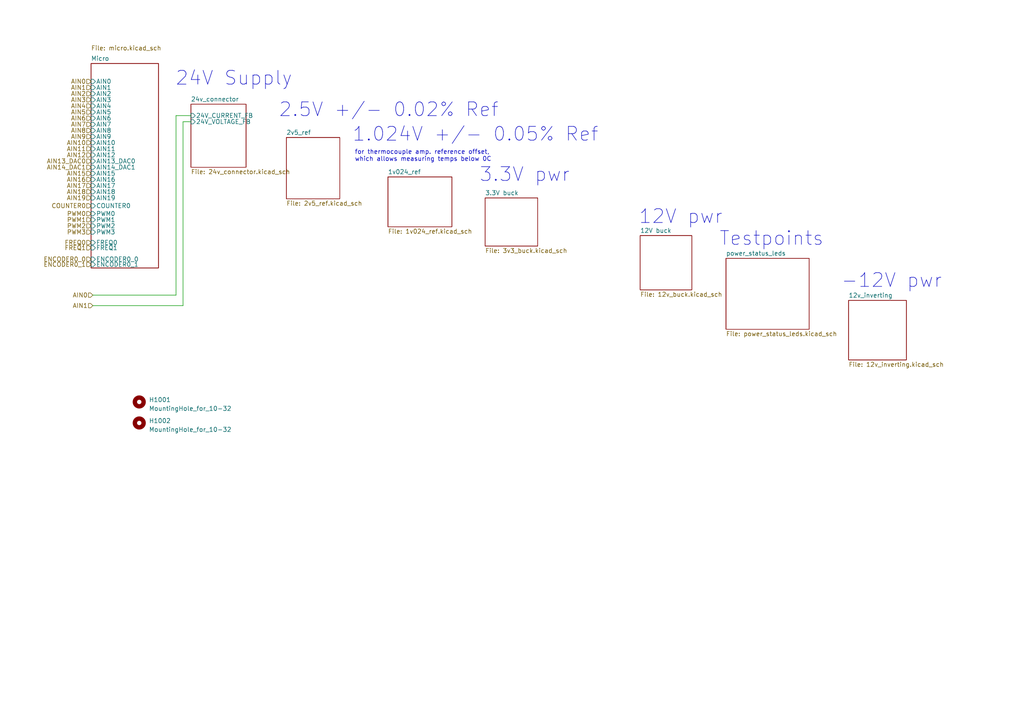
<source format=kicad_sch>
(kicad_sch (version 20231120) (generator "eeschema") (generator_version "8.0")
  (paper "A4")
  (lib_symbols
    (symbol "Mechanical:MountingHole" (pin_names (offset 1.016))
      (property "Reference" "H" (at 0 5.08 0))
      (property "Value" "MountingHole" (at 0 3.175 0))
      (symbol "MountingHole_0_1"
        (circle (center 0 0) (radius 1.27) (stroke (width 1.27)))
      )
    )
  )
  (wire (pts (xy 51.054 33.528) (xy 51.054 85.598)))
  (wire (pts (xy 53.086 88.646) (xy 26.924 88.646)))
  (wire (pts (xy 51.054 33.528) (xy 55.372 33.528)))
  (wire (pts (xy 26.924 85.598) (xy 51.054 85.598)))
  (wire (pts (xy 55.372 35.306) (xy 53.086 35.306)))
  (wire (pts (xy 53.086 35.306) (xy 53.086 88.646)))
  (text "3.3V pwr" (at 138.938 53.086 0) (effects (font (size 4 4)) (justify left bottom)))
  (text "24V Supply" (at 50.8 25.146 0) (effects (font (size 4 4)) (justify left bottom)))
  (text "2.5V +/- 0.02% Ref" (at 80.772 34.29 0) (effects (font (size 4 4)) (justify left bottom)))
  (text "12V pwr" (at 185.166 65.278 0) (effects (font (size 4 4)) (justify left bottom)))
  (text "-12V pwr" (at 243.84 83.82 0) (effects (font (size 4 4)) (justify left bottom)))
  (text "1.024V +/- 0.05% Ref" (at 102.108 41.402 0) (effects (font (size 4 4)) (justify left bottom)))
  (text "for thermocouple amp. reference offset,\nwhich allows measuring temps below 0C" (at 102.87 46.99 0) (effects (font (size 1.27 1.27)) (justify left bottom)))
  (text "Testpoints" (at 208.534 71.628 0) (effects (font (size 4 4)) (justify left bottom)))
  (hierarchical_label "ENCODER0_1" (shape input) (at 26.416 76.708 180))
  (hierarchical_label "AIN16" (shape input) (at 26.416 52.07 180))
  (hierarchical_label "AIN18" (shape input) (at 26.416 55.626 180))
  (hierarchical_label "AIN13_DAC0" (shape input) (at 26.416 46.736 180))
  (hierarchical_label "AIN4" (shape input) (at 26.416 30.734 180))
  (hierarchical_label "PWM3" (shape input) (at 26.416 67.31 180))
  (hierarchical_label "ENCODER0_0" (shape input) (at 26.416 75.184 180))
  (hierarchical_label "AIN9" (shape input) (at 26.416 39.624 180))
  (hierarchical_label "AIN1" (shape input) (at 26.416 25.4 180))
  (hierarchical_label "AIN8" (shape input) (at 26.416 37.846 180))
  (hierarchical_label "AIN10" (shape input) (at 26.416 41.402 180))
  (hierarchical_label "AIN2" (shape input) (at 26.416 27.178 180))
  (hierarchical_label "PWM1" (shape input) (at 26.416 63.754 180))
  (hierarchical_label "AIN5" (shape input) (at 26.416 32.512 180))
  (hierarchical_label "PWM0" (shape input) (at 26.416 61.976 180))
  (hierarchical_label "AIN14_DAC1" (shape input) (at 26.416 48.514 180))
  (hierarchical_label "AIN17" (shape input) (at 26.416 53.848 180))
  (hierarchical_label "AIN15" (shape input) (at 26.416 50.292 180))
  (hierarchical_label "PWM2" (shape input) (at 26.416 65.532 180))
  (hierarchical_label "AIN6" (shape input) (at 26.416 34.29 180))
  (hierarchical_label "AIN7" (shape input) (at 26.416 36.068 180))
  (hierarchical_label "AIN12" (shape input) (at 26.416 44.958 180))
  (hierarchical_label "AIN19" (shape input) (at 26.416 57.404 180))
  (hierarchical_label "FREQ0" (shape input) (at 26.416 70.358 180))
  (hierarchical_label "AIN0" (shape input) (at 26.924 85.598 180))
  (hierarchical_label "AIN3" (shape input) (at 26.416 28.956 180))
  (hierarchical_label "AIN1" (shape input) (at 26.924 88.646 180))
  (hierarchical_label "COUNTER0" (shape input) (at 26.416 59.69 180))
  (hierarchical_label "AIN0" (shape input) (at 26.416 23.622 180))
  (hierarchical_label "FREQ1" (shape input) (at 26.416 71.882 180))
  (hierarchical_label "AIN11" (shape input) (at 26.416 43.18 180))
  (symbol (lib_id "Mechanical:MountingHole") (at 40.386 116.586 0) (unit 1) (in_bom no)
    (property "Reference" "H1001" (at 43.18 115.951 0) (effects (justify left)))
    (property "Value" "MountingHole_for_10-32" (at 43.18 118.491 0) (effects (justify left)))
    (property "Footprint" "MountingHole:MountingHole_5mm" (effects (hide yes)))
  )
  (symbol (lib_id "Mechanical:MountingHole") (at 40.386 122.682 0) (unit 1) (in_bom no)
    (property "Reference" "H1002" (at 43.18 122.047 0) (effects (justify left)))
    (property "Value" "MountingHole_for_10-32" (at 43.18 124.587 0) (effects (justify left)))
    (property "Footprint" "MountingHole:MountingHole_5mm" (effects (hide yes)))
  )
  (sheet (at 55.372 30.226) (size 16.002 18.288) (stroke (width 0.1524))
    (property "Sheetname" "24v_connector" (at 55.372 29.5144 0) (effects (justify left bottom)))
    (property "Sheetfile" "24v_connector.kicad_sch" (at 55.372 49.0986 0) (effects (justify left top)))
    (pin "24V_CURRENT_FB" input (at 55.372 33.528 180))
    (pin "24V_VOLTAGE_FB" input (at 55.372 35.306 180))
  )
  (sheet (at 26.416 18.415) (size 19.558 59.309) (stroke (width 0.1524))
    (property "Sheetname" "Micro" (at 26.416 17.7034 0) (effects (justify left bottom)))
    (property "Sheetfile" "micro.kicad_sch" (at 26.416 13.208 0) (effects (justify left top)))
    (pin "AIN0" input (at 26.416 23.622 180))
    (pin "AIN11" input (at 26.416 43.18 180))
    (pin "AIN10" input (at 26.416 41.402 180))
    (pin "AIN8" input (at 26.416 37.846 180))
    (pin "AIN9" input (at 26.416 39.624 180))
    (pin "AIN5" input (at 26.416 32.512 180))
    (pin "AIN6" input (at 26.416 34.29 180))
    (pin "AIN4" input (at 26.416 30.734 180))
    (pin "AIN7" input (at 26.416 36.068 180))
    (pin "AIN14_DAC1" input (at 26.416 48.514 180))
    (pin "AIN15" input (at 26.416 50.292 180))
    (pin "AIN13_DAC0" input (at 26.416 46.736 180))
    (pin "AIN12" input (at 26.416 44.958 180))
    (pin "PWM1" input (at 26.416 63.754 180))
    (pin "AIN16" input (at 26.416 52.07 180))
    (pin "AIN2" input (at 26.416 27.178 180))
    (pin "AIN3" input (at 26.416 28.956 180))
    (pin "AIN1" input (at 26.416 25.4 180))
    (pin "FREQ0" input (at 26.416 70.358 180))
    (pin "PWM3" input (at 26.416 67.31 180))
    (pin "PWM2" input (at 26.416 65.532 180))
    (pin "FREQ1" input (at 26.416 71.882 180))
    (pin "AIN17" input (at 26.416 53.848 180))
    (pin "AIN19" input (at 26.416 57.404 180))
    (pin "AIN18" input (at 26.416 55.626 180))
    (pin "ENCODER0_0" input (at 26.416 75.184 180))
    (pin "ENCODER0_1" input (at 26.416 76.708 180))
    (pin "PWM0" input (at 26.416 61.976 180))
    (pin "COUNTER0" input (at 26.416 59.69 180))
  )
  (sheet (at 246.126 87.122) (size 16.764 17.272) (stroke (width 0.1524))
    (property "Sheetname" "12v_inverting" (at 246.126 86.4104 0) (effects (justify left bottom)))
    (property "Sheetfile" "12v_inverting.kicad_sch" (at 246.126 104.9786 0) (effects (justify left top)))
  )
  (sheet (at 83.058 39.878) (size 15.494 17.78) (stroke (width 0.1524))
    (property "Sheetname" "2v5_ref" (at 83.058 39.1664 0) (effects (justify left bottom)))
    (property "Sheetfile" "2v5_ref.kicad_sch" (at 83.058 58.2426 0) (effects (justify left top)))
  )
  (sheet (at 112.522 51.308) (size 18.542 14.478) (stroke (width 0.1524))
    (property "Sheetname" "1v024_ref" (at 112.522 50.5964 0) (effects (justify left bottom)))
    (property "Sheetfile" "1v024_ref.kicad_sch" (at 112.522 66.3706 0) (effects (justify left top)))
  )
  (sheet (at 185.674 68.326) (size 14.986 15.748) (stroke (width 0.1524))
    (property "Sheetname" "12V buck" (at 185.674 67.6144 0) (effects (justify left bottom)))
    (property "Sheetfile" "12v_buck.kicad_sch" (at 185.674 84.6586 0) (effects (justify left top)))
  )
  (sheet (at 140.716 57.404) (size 15.24 13.97) (stroke (width 0.1524))
    (property "Sheetname" "3.3V buck" (at 140.716 56.6924 0) (effects (justify left bottom)))
    (property "Sheetfile" "3v3_buck.kicad_sch" (at 140.716 71.9586 0) (effects (justify left top)))
  )
  (sheet (at 210.566 74.93) (size 24.13 20.574) (stroke (width 0.1524))
    (property "Sheetname" "power_status_leds" (at 210.566 74.2184 0) (effects (justify left bottom)))
    (property "Sheetfile" "power_status_leds.kicad_sch" (at 210.566 96.0886 0) (effects (justify left top)))
  )
)
</source>
